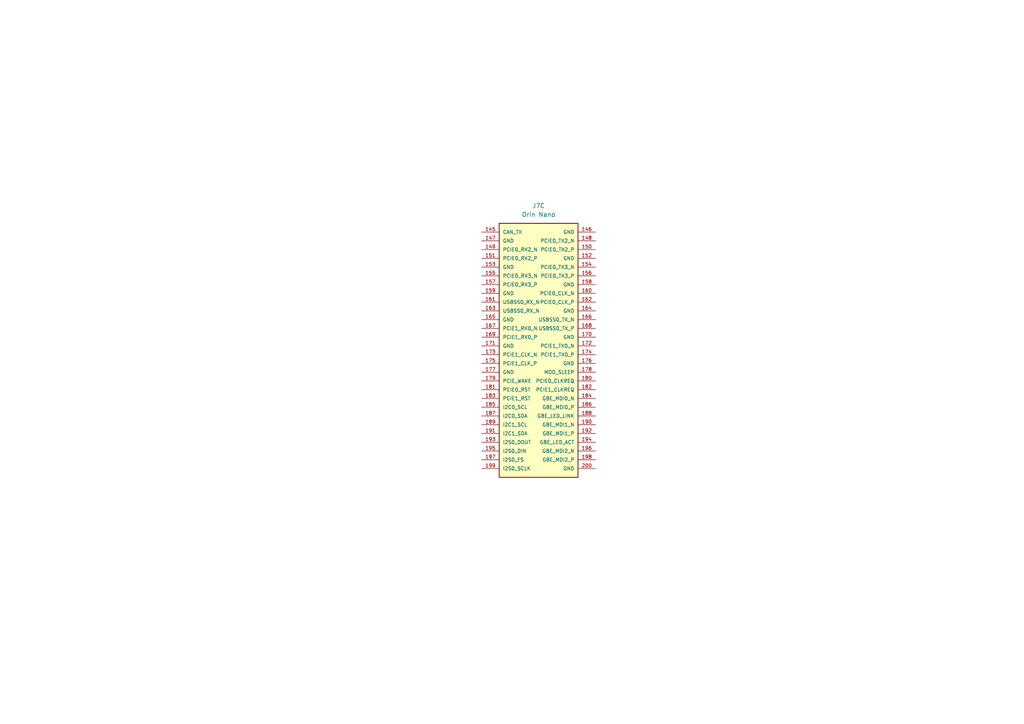
<source format=kicad_sch>
(kicad_sch (version 20231120) (generator "eeschema") (generator_version "8.0")
  (paper "A4")
  (lib_symbols
    (symbol "Fibel2:Orin Nano" (pin_names (offset 1.016))
      (property "Reference" "J" (at -22.86 48.895 0))
      (property "Value" "Orin Nano" (at -20.32 -50.8 0))
      (symbol "Orin Nano_1_0"
        (rectangle (start -11.43 48.26) (end 11.43 -48.26) (stroke (width 0.254)) (fill (type background)))
        (pin passive line (at -16.51 45.72 0) (length 5.08) (name "GND") (number "1"))
        (pin passive line (at 16.51 35.56 180) (length 5.08) (name "CSI0_CLK_N") (number "10"))
        (pin passive line (at -16.51 33.02 0) (length 5.08) (name "CSI1_CLK_P") (number "11"))
        (pin passive line (at 16.51 33.02 180) (length 5.08) (name "CSI0_CLK_P") (number "12"))
        (pin passive line (at -16.51 30.48 0) (length 5.08) (name "GND") (number "13"))
        (pin passive line (at 16.51 30.48 180) (length 5.08) (name "GND") (number "14"))
        (pin passive line (at -16.51 27.94 0) (length 5.08) (name "CSI1_D1_N") (number "15"))
        (pin passive line (at 16.51 27.94 180) (length 5.08) (name "CSI0_D1_N") (number "16"))
        (pin passive line (at -16.51 25.4 0) (length 5.08) (name "CSI1_D1_P") (number "17"))
        (pin passive line (at 16.51 25.4 180) (length 5.08) (name "CSI0_D1_P") (number "18"))
        (pin passive line (at -16.51 22.86 0) (length 5.08) (name "GND") (number "19"))
        (pin passive line (at 16.51 45.72 180) (length 5.08) (name "GND") (number "2"))
        (pin passive line (at 16.51 22.86 180) (length 5.08) (name "GND") (number "20"))
        (pin passive line (at -16.51 20.32 0) (length 5.08) (name "CSI3_D0_N") (number "21"))
        (pin passive line (at 16.51 20.32 180) (length 5.08) (name "CSI2_D0_N") (number "22"))
        (pin passive line (at -16.51 17.78 0) (length 5.08) (name "CSI3_D0_P") (number "23"))
        (pin passive line (at 16.51 17.78 180) (length 5.08) (name "CSI2_D0_P") (number "24"))
        (pin passive line (at -16.51 15.24 0) (length 5.08) (name "GND") (number "25"))
        (pin passive line (at 16.51 15.24 180) (length 5.08) (name "GND") (number "26"))
        (pin passive line (at -16.51 12.7 0) (length 5.08) (name "CSI3_CLK_N") (number "27"))
        (pin passive line (at 16.51 12.7 180) (length 5.08) (name "CSI2_CLK_N") (number "28"))
        (pin passive line (at -16.51 10.16 0) (length 5.08) (name "CSI3_CLK_P") (number "29"))
        (pin passive line (at -16.51 43.18 0) (length 5.08) (name "CSI1_D0_N") (number "3"))
        (pin passive line (at 16.51 10.16 180) (length 5.08) (name "CSI2_CLK_P") (number "30"))
        (pin passive line (at -16.51 7.62 0) (length 5.08) (name "GND") (number "31"))
        (pin passive line (at 16.51 7.62 180) (length 5.08) (name "GND") (number "32"))
        (pin passive line (at -16.51 5.08 0) (length 5.08) (name "CSI3_D1_N") (number "33"))
        (pin passive line (at 16.51 5.08 180) (length 5.08) (name "CSI2_D1_N") (number "34"))
        (pin passive line (at -16.51 2.54 0) (length 5.08) (name "CSI3_D1_P") (number "35"))
        (pin passive line (at 16.51 2.54 180) (length 5.08) (name "CSI2_D1_P") (number "36"))
        (pin passive line (at -16.51 0 0) (length 5.08) (name "GND") (number "37"))
        (pin passive line (at 16.51 0 180) (length 5.08) (name "GND") (number "38"))
        (pin passive line (at -16.51 -2.54 0) (length 5.08) (name "USBSS1_RX_N") (number "39"))
        (pin passive line (at 16.51 43.18 180) (length 5.08) (name "CSI0_D0_N") (number "4"))
        (pin passive line (at 16.51 -2.54 180) (length 5.08) (name "PCIE2_RX0_N") (number "40"))
        (pin passive line (at -16.51 -5.08 0) (length 5.08) (name "USBSS1_RX_P") (number "41"))
        (pin passive line (at 16.51 -5.08 180) (length 5.08) (name "PCIE2_RX0_P") (number "42"))
        (pin passive line (at -16.51 -7.62 0) (length 5.08) (name "GND") (number "43"))
        (pin passive line (at 16.51 -7.62 180) (length 5.08) (name "GND") (number "44"))
        (pin passive line (at -16.51 -10.16 0) (length 5.08) (name "USBSS1_TX_N") (number "45"))
        (pin passive line (at 16.51 -10.16 180) (length 5.08) (name "PCIE2_TX0_N") (number "46"))
        (pin passive line (at -16.51 -12.7 0) (length 5.08) (name "USBSS1_TX_P") (number "47"))
        (pin passive line (at 16.51 -12.7 180) (length 5.08) (name "PCIE2_TX0_P") (number "48"))
        (pin passive line (at -16.51 -15.24 0) (length 5.08) (name "GND") (number "49"))
        (pin passive line (at -16.51 40.64 0) (length 5.08) (name "CSI1_D0_P") (number "5"))
        (pin passive line (at 16.51 -15.24 180) (length 5.08) (name "GND") (number "50"))
        (pin passive line (at -16.51 -17.78 0) (length 5.08) (name "USBSS2_RX_N") (number "51"))
        (pin passive line (at 16.51 -17.78 180) (length 5.08) (name "PCIE2_CLK_N") (number "52"))
        (pin passive line (at -16.51 -20.32 0) (length 5.08) (name "USBSS2_RX_P") (number "53"))
        (pin passive line (at 16.51 -20.32 180) (length 5.08) (name "PCIE2_CLK_P") (number "54"))
        (pin passive line (at -16.51 -22.86 0) (length 5.08) (name "GND") (number "55"))
        (pin passive line (at 16.51 -22.86 180) (length 5.08) (name "GND") (number "56"))
        (pin passive line (at -16.51 -25.4 0) (length 5.08) (name "USBSS2_TX_N") (number "57"))
        (pin passive line (at 16.51 -25.4 180) (length 5.08) (name "PCIE2_RX1_N") (number "58"))
        (pin passive line (at -16.51 -27.94 0) (length 5.08) (name "USBSS2_TX_P") (number "59"))
        (pin passive line (at 16.51 40.64 180) (length 5.08) (name "CSI0_D0_P") (number "6"))
        (pin passive line (at 16.51 -27.94 180) (length 5.08) (name "PCIE2_RX1_P") (number "60"))
        (pin passive line (at -16.51 -30.48 0) (length 5.08) (name "GND") (number "61"))
        (pin passive line (at 16.51 -30.48 180) (length 5.08) (name "GND") (number "62"))
        (pin passive line (at -16.51 -33.02 0) (length 5.08) (name "DP1_TXD0_N") (number "63"))
        (pin passive line (at 16.51 -33.02 180) (length 5.08) (name "PCIE2_TX1_N") (number "64"))
        (pin passive line (at -16.51 -35.56 0) (length 5.08) (name "DP1_TXD0_P") (number "65"))
        (pin passive line (at 16.51 -35.56 180) (length 5.08) (name "PCIE2_TX1_P") (number "66"))
        (pin passive line (at -16.51 -38.1 0) (length 5.08) (name "GND") (number "67"))
        (pin passive line (at 16.51 -38.1 180) (length 5.08) (name "GND") (number "68"))
        (pin passive line (at -16.51 -40.64 0) (length 5.08) (name "DP1_TXD1_N") (number "69"))
        (pin passive line (at -16.51 38.1 0) (length 5.08) (name "GND") (number "7"))
        (pin passive line (at 16.51 -40.64 180) (length 5.08) (name "RSVD") (number "70"))
        (pin passive line (at 16.51 38.1 180) (length 5.08) (name "GND") (number "8"))
        (pin passive line (at -16.51 35.56 0) (length 5.08) (name "CSI1_CLK_N") (number "9"))
        (pin passive line (at 16.51 -45.72 180) (length 5.08) (name "SHIELD") (number "S1"))
        (pin passive line (at 16.51 -45.72 180) (length 5.08) (name "SHIELD") (number "S2"))
      )
      (symbol "Orin Nano_2_0"
        (rectangle (start -11.43 48.26) (end 11.43 -48.26) (stroke (width 0.254)) (fill (type background)))
        (pin passive line (at 16.51 10.16 180) (length 5.08) (name "DP1_AUX_P") (number "100"))
        (pin passive line (at -16.51 7.62 0) (length 5.08) (name "UART0_RXD") (number "101"))
        (pin passive line (at 16.51 7.62 180) (length 5.08) (name "GND") (number "102"))
        (pin passive line (at -16.51 5.08 0) (length 5.08) (name "UART0_RTS") (number "103"))
        (pin passive line (at 16.51 5.08 180) (length 5.08) (name "SPI1_MOSI") (number "104"))
        (pin passive line (at -16.51 2.54 0) (length 5.08) (name "UART0_CTS") (number "105"))
        (pin passive line (at 16.51 2.54 180) (length 5.08) (name "SPI1_SCK") (number "106"))
        (pin passive line (at -16.51 0 0) (length 5.08) (name "GND") (number "107"))
        (pin passive line (at 16.51 0 180) (length 5.08) (name "SPI1_MISO") (number "108"))
        (pin passive line (at -16.51 -2.54 0) (length 5.08) (name "USB0_D_N") (number "109"))
        (pin passive line (at 16.51 -2.54 180) (length 5.08) (name "SPI1_CS0") (number "110"))
        (pin passive line (at -16.51 -5.08 0) (length 5.08) (name "USB0_D_P") (number "111"))
        (pin passive line (at 16.51 -5.08 180) (length 5.08) (name "SPI1_CS1") (number "112"))
        (pin passive line (at -16.51 -7.62 0) (length 5.08) (name "GND") (number "113"))
        (pin passive line (at 16.51 -7.62 180) (length 5.08) (name "CAM0_PWDN") (number "114"))
        (pin passive line (at -16.51 -10.16 0) (length 5.08) (name "USB1_D_N") (number "115"))
        (pin passive line (at 16.51 -10.16 180) (length 5.08) (name "CAM0_MCLK") (number "116"))
        (pin passive line (at -16.51 -12.7 0) (length 5.08) (name "USB1_D_P") (number "117"))
        (pin passive line (at 16.51 -12.7 180) (length 5.08) (name "GPIO01") (number "118"))
        (pin passive line (at -16.51 -15.24 0) (length 5.08) (name "GND") (number "119"))
        (pin passive line (at 16.51 -15.24 180) (length 5.08) (name "CAM1_PWDN") (number "120"))
        (pin passive line (at -16.51 -17.78 0) (length 5.08) (name "USB2_D_N") (number "121"))
        (pin passive line (at 16.51 -17.78 180) (length 5.08) (name "CAM1_MCLK") (number "122"))
        (pin passive line (at -16.51 -20.32 0) (length 5.08) (name "USB2_D_P") (number "123"))
        (pin passive line (at 16.51 -20.32 180) (length 5.08) (name "GPIO02") (number "124"))
        (pin passive line (at -16.51 -22.86 0) (length 5.08) (name "GND") (number "125"))
        (pin passive line (at 16.51 -22.86 180) (length 5.08) (name "GPIO03") (number "126"))
        (pin passive line (at -16.51 -25.4 0) (length 5.08) (name "GPIO04") (number "127"))
        (pin passive line (at 16.51 -25.4 180) (length 5.08) (name "GPIO05") (number "128"))
        (pin passive line (at -16.51 -27.94 0) (length 5.08) (name "GND") (number "129"))
        (pin passive line (at 16.51 -27.94 180) (length 5.08) (name "GPIO06") (number "130"))
        (pin passive line (at -16.51 -30.48 0) (length 5.08) (name "PCIE0_RX0_N") (number "131"))
        (pin passive line (at 16.51 -30.48 180) (length 5.08) (name "GND") (number "132"))
        (pin passive line (at -16.51 -33.02 0) (length 5.08) (name "PCIE0_RX0_P") (number "133"))
        (pin passive line (at 16.51 -33.02 180) (length 5.08) (name "PCIE0_TX0_N") (number "134"))
        (pin passive line (at -16.51 -35.56 0) (length 5.08) (name "GND") (number "135"))
        (pin passive line (at 16.51 -35.56 180) (length 5.08) (name "PCIE0_TX0_P") (number "136"))
        (pin passive line (at -16.51 -38.1 0) (length 5.08) (name "PCIE0_RX1_N") (number "137"))
        (pin passive line (at 16.51 -38.1 180) (length 5.08) (name "GND") (number "138"))
        (pin passive line (at -16.51 -40.64 0) (length 5.08) (name "PCIE0_RX1_P") (number "139"))
        (pin passive line (at 16.51 -40.64 180) (length 5.08) (name "PCIE0_TX1_N") (number "140"))
        (pin passive line (at -16.51 -43.18 0) (length 5.08) (name "GND") (number "141"))
        (pin passive line (at 16.51 -43.18 180) (length 5.08) (name "PCIE0_TX1_P") (number "142"))
        (pin passive line (at -16.51 -45.72 0) (length 5.08) (name "CAN_RX") (number "143"))
        (pin passive line (at 16.51 -45.72 180) (length 5.08) (name "GND") (number "144"))
        (pin passive line (at -16.51 45.72 0) (length 5.08) (name "DP1_TXD1_P") (number "71"))
        (pin passive line (at 16.51 45.72 180) (length 5.08) (name "RSVD") (number "72"))
        (pin passive line (at -16.51 43.18 0) (length 5.08) (name "GND") (number "73"))
        (pin passive line (at 16.51 43.18 180) (length 5.08) (name "GND") (number "74"))
        (pin passive line (at -16.51 40.64 0) (length 5.08) (name "DP1_TXD2_N") (number "75"))
        (pin passive line (at 16.51 40.64 180) (length 5.08) (name "RSVD") (number "76"))
        (pin passive line (at -16.51 38.1 0) (length 5.08) (name "DP1_TXD2_P") (number "77"))
        (pin passive line (at 16.51 38.1 180) (length 5.08) (name "RSVD") (number "78"))
        (pin passive line (at -16.51 35.56 0) (length 5.08) (name "GND") (number "79"))
        (pin passive line (at 16.51 35.56 180) (length 5.08) (name "GND") (number "80"))
        (pin passive line (at -16.51 33.02 0) (length 5.08) (name "DP1_TXD3_N") (number "81"))
        (pin passive line (at 16.51 33.02 180) (length 5.08) (name "RSVD") (number "82"))
        (pin passive line (at -16.51 30.48 0) (length 5.08) (name "DP1_TXD3_P") (number "83"))
        (pin passive line (at 16.51 30.48 180) (length 5.08) (name "RSVD") (number "84"))
        (pin passive line (at -16.51 27.94 0) (length 5.08) (name "GND") (number "85"))
        (pin passive line (at 16.51 27.94 180) (length 5.08) (name "GND") (number "86"))
        (pin passive line (at -16.51 25.4 0) (length 5.08) (name "GPIO00") (number "87"))
        (pin passive line (at 16.51 25.4 180) (length 5.08) (name "RSVD") (number "88"))
        (pin passive line (at -16.51 22.86 0) (length 5.08) (name "SPI0_MOSI") (number "89"))
        (pin passive line (at 16.51 22.86 180) (length 5.08) (name "RSVD") (number "90"))
        (pin passive line (at -16.51 20.32 0) (length 5.08) (name "SPI0_SCK") (number "91"))
        (pin passive line (at 16.51 20.32 180) (length 5.08) (name "RSVD") (number "92"))
        (pin passive line (at -16.51 17.78 0) (length 5.08) (name "SPI0_MISO") (number "93"))
        (pin passive line (at 16.51 17.78 180) (length 5.08) (name "HDMI_CEC") (number "94"))
        (pin passive line (at -16.51 15.24 0) (length 5.08) (name "SPI0_CS0") (number "95"))
        (pin passive line (at 16.51 15.24 180) (length 5.08) (name "DP1_HPD") (number "96"))
        (pin passive line (at -16.51 12.7 0) (length 5.08) (name "SPI0_CS1") (number "97"))
        (pin passive line (at 16.51 12.7 180) (length 5.08) (name "DP1_AUX_N") (number "98"))
        (pin passive line (at -16.51 10.16 0) (length 5.08) (name "UART0_TXD") (number "99"))
      )
      (symbol "Orin Nano_3_0"
        (rectangle (start -11.43 35.56) (end 11.43 -38.1) (stroke (width 0.254)) (fill (type background)))
        (pin passive line (at -16.51 33.02 0) (length 5.08) (name "CAN_TX") (number "145"))
        (pin passive line (at 16.51 33.02 180) (length 5.08) (name "GND") (number "146"))
        (pin passive line (at -16.51 30.48 0) (length 5.08) (name "GND") (number "147"))
        (pin passive line (at 16.51 30.48 180) (length 5.08) (name "PCIE0_TX2_N") (number "148"))
        (pin passive line (at -16.51 27.94 0) (length 5.08) (name "PCIE0_RX2_N") (number "149"))
        (pin passive line (at 16.51 27.94 180) (length 5.08) (name "PCIE0_TX2_P") (number "150"))
        (pin passive line (at -16.51 25.4 0) (length 5.08) (name "PCIE0_RX2_P") (number "151"))
        (pin passive line (at 16.51 25.4 180) (length 5.08) (name "GND") (number "152"))
        (pin passive line (at -16.51 22.86 0) (length 5.08) (name "GND") (number "153"))
        (pin passive line (at 16.51 22.86 180) (length 5.08) (name "PCIE0_TX3_N") (number "154"))
        (pin passive line (at -16.51 20.32 0) (length 5.08) (name "PCIE0_RX3_N") (number "155"))
        (pin passive line (at 16.51 20.32 180) (length 5.08) (name "PCIE0_TX3_P") (number "156"))
        (pin passive line (at -16.51 17.78 0) (length 5.08) (name "PCIE0_RX3_P") (number "157"))
        (pin passive line (at 16.51 17.78 180) (length 5.08) (name "GND") (number "158"))
        (pin passive line (at -16.51 15.24 0) (length 5.08) (name "GND") (number "159"))
        (pin passive line (at 16.51 15.24 180) (length 5.08) (name "PCIE0_CLK_N") (number "160"))
        (pin passive line (at -16.51 12.7 0) (length 5.08) (name "USBSS0_RX_N") (number "161"))
        (pin passive line (at 16.51 12.7 180) (length 5.08) (name "PCIE0_CLK_P") (number "162"))
        (pin passive line (at -16.51 10.16 0) (length 5.08) (name "USBSS0_RX_N") (number "163"))
        (pin passive line (at 16.51 10.16 180) (length 5.08) (name "GND") (number "164"))
        (pin passive line (at -16.51 7.62 0) (length 5.08) (name "GND") (number "165"))
        (pin passive line (at 16.51 7.62 180) (length 5.08) (name "USBSS0_TX_N") (number "166"))
        (pin passive line (at -16.51 5.08 0) (length 5.08) (name "PCIE1_RX0_N") (number "167"))
        (pin passive line (at 16.51 5.08 180) (length 5.08) (name "USBSS0_TX_P") (number "168"))
        (pin passive line (at -16.51 2.54 0) (length 5.08) (name "PCIE1_RX0_P") (number "169"))
        (pin passive line (at 16.51 2.54 180) (length 5.08) (name "GND") (number "170"))
        (pin passive line (at -16.51 0 0) (length 5.08) (name "GND") (number "171"))
        (pin passive line (at 16.51 0 180) (length 5.08) (name "PCIE1_TX0_N") (number "172"))
        (pin passive line (at -16.51 -2.54 0) (length 5.08) (name "PCIE1_CLK_N") (number "173"))
        (pin passive line (at 16.51 -2.54 180) (length 5.08) (name "PCIE1_TX0_P") (number "174"))
        (pin passive line (at -16.51 -5.08 0) (length 5.08) (name "PCIE1_CLK_P") (number "175"))
        (pin passive line (at 16.51 -5.08 180) (length 5.08) (name "GND") (number "176"))
        (pin passive line (at -16.51 -7.62 0) (length 5.08) (name "GND") (number "177"))
        (pin passive line (at 16.51 -7.62 180) (length 5.08) (name "MOD_SLEEP") (number "178"))
        (pin passive line (at -16.51 -10.16 0) (length 5.08) (name "PCIE_WAKE") (number "179"))
        (pin passive line (at 16.51 -10.16 180) (length 5.08) (name "PCIE0_CLKREQ") (number "180"))
        (pin passive line (at -16.51 -12.7 0) (length 5.08) (name "PCIE0_RST") (number "181"))
        (pin passive line (at 16.51 -12.7 180) (length 5.08) (name "PCIE1_CLKREQ") (number "182"))
        (pin passive line (at -16.51 -15.24 0) (length 5.08) (name "PCIE1_RST") (number "183"))
        (pin passive line (at 16.51 -15.24 180) (length 5.08) (name "GBE_MDI0_N") (number "184"))
        (pin passive line (at -16.51 -17.78 0) (length 5.08) (name "I2C0_SCL") (number "185"))
        (pin passive line (at 16.51 -17.78 180) (length 5.08) (name "GBE_MDI0_P") (number "186"))
        (pin passive line (at -16.51 -20.32 0) (length 5.08) (name "I2C0_SDA") (number "187"))
        (pin passive line (at 16.51 -20.32 180) (length 5.08) (name "GBE_LED_LINK") (number "188"))
        (pin passive line (at -16.51 -22.86 0) (length 5.08) (name "I2C1_SCL") (number "189"))
        (pin passive line (at 16.51 -22.86 180) (length 5.08) (name "GBE_MDI1_N") (number "190"))
        (pin passive line (at -16.51 -25.4 0) (length 5.08) (name "I2C1_SDA") (number "191"))
        (pin passive line (at 16.51 -25.4 180) (length 5.08) (name "GBE_MDI1_P") (number "192"))
        (pin passive line (at -16.51 -27.94 0) (length 5.08) (name "I2S0_DOUT") (number "193"))
        (pin passive line (at 16.51 -27.94 180) (length 5.08) (name "GBE_LED_ACT") (number "194"))
        (pin passive line (at -16.51 -30.48 0) (length 5.08) (name "I2S0_DIN") (number "195"))
        (pin passive line (at 16.51 -30.48 180) (length 5.08) (name "GBE_MDI2_N") (number "196"))
        (pin passive line (at -16.51 -33.02 0) (length 5.08) (name "I2S0_FS") (number "197"))
        (pin passive line (at 16.51 -33.02 180) (length 5.08) (name "GBE_MDI2_P") (number "198"))
        (pin passive line (at -16.51 -35.56 0) (length 5.08) (name "I2S0_SCLK") (number "199"))
        (pin passive line (at 16.51 -35.56 180) (length 5.08) (name "GND") (number "200"))
      )
      (symbol "Orin Nano_4_0"
        (rectangle (start -11.43 38.1) (end 11.43 -40.64) (stroke (width 0.254)) (fill (type background)))
        (pin passive line (at -16.51 35.56 0) (length 5.08) (name "GND") (number "201"))
        (pin passive line (at 16.51 35.56 180) (length 5.08) (name "GBE_MDI3_N") (number "202"))
        (pin passive line (at -16.51 33.02 0) (length 5.08) (name "UART1_TXD") (number "203"))
        (pin passive line (at 16.51 33.02 180) (length 5.08) (name "GBE_MDI3_P") (number "204"))
        (pin passive line (at -16.51 30.48 0) (length 5.08) (name "UART1_RXD") (number "205"))
        (pin passive line (at 16.51 30.48 180) (length 5.08) (name "GPIO07") (number "206"))
        (pin passive line (at -16.51 27.94 0) (length 5.08) (name "UART1_RTS") (number "207"))
        (pin passive line (at 16.51 27.94 180) (length 5.08) (name "GPIO08") (number "208"))
        (pin passive line (at -16.51 25.4 0) (length 5.08) (name "UART1_CTS") (number "209"))
        (pin passive line (at 16.51 25.4 180) (length 5.08) (name "CLK_32K_OUT") (number "210"))
        (pin passive line (at -16.51 22.86 0) (length 5.08) (name "GPIO09") (number "211"))
        (pin passive line (at 16.51 22.86 180) (length 5.08) (name "GPIO10") (number "212"))
        (pin passive line (at -16.51 20.32 0) (length 5.08) (name "CAM_I2C_SCL") (number "213"))
        (pin passive line (at 16.51 20.32 180) (length 5.08) (name "FORCE_RECV") (number "214"))
        (pin passive line (at -16.51 17.78 0) (length 5.08) (name "CAM_I2C_SDA") (number "215"))
        (pin passive line (at 16.51 17.78 180) (length 5.08) (name "GPIO11") (number "216"))
        (pin passive line (at -16.51 15.24 0) (length 5.08) (name "MODULE_ID") (number "217"))
        (pin passive line (at 16.51 15.24 180) (length 5.08) (name "GPIO12") (number "218"))
        (pin passive line (at -16.51 12.7 0) (length 5.08) (name "PCIE2_RST") (number "219"))
        (pin passive line (at 16.51 12.7 180) (length 5.08) (name "I2S1_DOUT") (number "220"))
        (pin passive line (at -16.51 10.16 0) (length 5.08) (name "PCIE2_CLKREQ") (number "221"))
        (pin passive line (at 16.51 10.16 180) (length 5.08) (name "I2S1_DIN") (number "222"))
        (pin passive line (at -16.51 7.62 0) (length 5.08) (name "PCIE3_RST") (number "223"))
        (pin passive line (at 16.51 7.62 180) (length 5.08) (name "I2S1_FS") (number "224"))
        (pin passive line (at -16.51 5.08 0) (length 5.08) (name "PCIE3_CLKREQ") (number "225"))
        (pin passive line (at 16.51 5.08 180) (length 5.08) (name "I2S1_SCLK") (number "226"))
        (pin passive line (at -16.51 2.54 0) (length 5.08) (name "PCIE3_CLK_N") (number "227"))
        (pin passive line (at 16.51 2.54 180) (length 5.08) (name "GPIO13") (number "228"))
        (pin passive line (at -16.51 0 0) (length 5.08) (name "PCIE3_CLK_P") (number "229"))
        (pin passive line (at 16.51 0 180) (length 5.08) (name "GPIO14") (number "230"))
        (pin passive line (at -16.51 -2.54 0) (length 5.08) (name "GND") (number "231"))
        (pin passive line (at 16.51 -2.54 180) (length 5.08) (name "I2C2_SCL") (number "232"))
        (pin passive line (at -16.51 -5.08 0) (length 5.08) (name "SHUTDOWN_REQ") (number "233"))
        (pin passive line (at 16.51 -5.08 180) (length 5.08) (name "I2C2_SDA") (number "234"))
        (pin passive line (at -16.51 -7.62 0) (length 5.08) (name "PMIC_BBAT") (number "235"))
        (pin passive line (at 16.51 -7.62 180) (length 5.08) (name "UART2_TXD") (number "236"))
        (pin passive line (at -16.51 -10.16 0) (length 5.08) (name "POWER_EN") (number "237"))
        (pin passive line (at 16.51 -10.16 180) (length 5.08) (name "UART2_RXD") (number "238"))
        (pin passive line (at -16.51 -12.7 0) (length 5.08) (name "SYS_RESET") (number "239"))
        (pin passive line (at 16.51 -12.7 180) (length 5.08) (name "SLEEP/WAKE") (number "240"))
        (pin passive line (at -16.51 -15.24 0) (length 5.08) (name "GND") (number "241"))
        (pin passive line (at 16.51 -15.24 180) (length 5.08) (name "GND") (number "242"))
        (pin passive line (at -16.51 -17.78 0) (length 5.08) (name "GND") (number "243"))
        (pin passive line (at 16.51 -17.78 180) (length 5.08) (name "GND") (number "244"))
        (pin passive line (at -16.51 -20.32 0) (length 5.08) (name "GND") (number "245"))
        (pin passive line (at 16.51 -20.32 180) (length 5.08) (name "GND") (number "246"))
        (pin passive line (at -16.51 -22.86 0) (length 5.08) (name "GND") (number "247"))
        (pin passive line (at 16.51 -22.86 180) (length 5.08) (name "GND") (number "248"))
        (pin passive line (at -16.51 -25.4 0) (length 5.08) (name "GND") (number "249"))
        (pin passive line (at 16.51 -25.4 180) (length 5.08) (name "GND") (number "250"))
        (pin passive line (at -16.51 -27.94 0) (length 5.08) (name "VDD_IN") (number "251"))
        (pin passive line (at 16.51 -27.94 180) (length 5.08) (name "VDD_IN") (number "252"))
        (pin passive line (at -16.51 -30.48 0) (length 5.08) (name "VDD_IN") (number "253"))
        (pin passive line (at 16.51 -30.48 180) (length 5.08) (name "VDD_IN") (number "254"))
        (pin passive line (at -16.51 -33.02 0) (length 5.08) (name "VDD_IN") (number "255"))
        (pin passive line (at 16.51 -33.02 180) (length 5.08) (name "VDD_IN") (number "256"))
        (pin passive line (at -16.51 -35.56 0) (length 5.08) (name "VDD_IN") (number "257"))
        (pin passive line (at 16.51 -35.56 180) (length 5.08) (name "VDD_IN") (number "258"))
        (pin passive line (at -16.51 -38.1 0) (length 5.08) (name "VDD_IN") (number "259"))
        (pin passive line (at 16.51 -38.1 180) (length 5.08) (name "VDD_IN") (number "260"))
      )
    )
  )
  (symbol (lib_id "Fibel2:Orin Nano") (at 156.21 100.33 0) (unit 3)
    (property "Reference" "J7" (at 156.21 59.69 0))
    (property "Value" "Orin Nano" (at 156.21 62.23 0))
    (property "Footprint" "Fibel2:SODIMMx260" (effects (hide yes)))
    (property "Comment" "2309407-1" (effects (hide yes)))
    (property "MF" "TE Connectivity" (effects (hide yes)))
    (property "MP" "2309407-1" (effects (hide yes)))
  )
)
</source>
